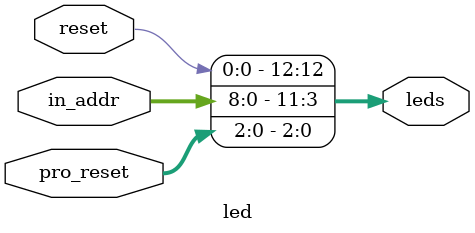
<source format=v>
`timescale 1ns / 1ps
module led(reset,pro_reset,in_addr,leds);
input reset; //×Ü¿ª¹Ø£¬Êý¾ÝÕý³£ÏÔÊ¾
input [2:0]pro_reset;   //3¸ö¿ª¹Ø×éºÏÀ´Ñ¡Ôñ¸÷ÖÖ²ÎÊý£º±ÈÈçPCµÄÖµ£¬±ÈÈçÊ±ÖÓÖÜÆÚÊý£¬ÓÐÌõ¼þ·ÖÖ§×ªÒÆÊýµÈµÈ
//001´ú±í²é¿´pcÖµ
//010´ú±í²é¿´ÖÜÆÚÊý
//011´ú±í²é¿´ÓÐÌõ¼þ·ÖÖ§×ªÒÆÊý
//100´ú±í²é¿´ÓÐÌõ¼þ·ÖÖ§×ªÒÆ³É¹¦Êý
//101´ú±í²é¿´ÎÞÌõ¼þ·ÖÖ§Ö¸ÁîÊý
input [11:0]in_addr;    //µØÖ·ÊäÈë²¦Âë¿ª¹Ø,12Î»µØÖ·Öµ£¬×Ü¹²4KµÄÄÚ´æ
output [12:0]leds;  //16Î»µÄledµÆµÄÏÔÊ¾

assign leds[12]=reset;  //ÖØÖÃÖ¸Ê¾µÆ,×î×ó±ß

assign leds[2:0]=pro_reset;   //ÏÔÊ¾¸÷ÖÖ²ÎÊýµÄµÄledµÆ

assign leds[11:3]=in_addr[8:0];  //ÏÔÊ¾µØÖ·ÖµµÄledµÆ

endmodule

</source>
